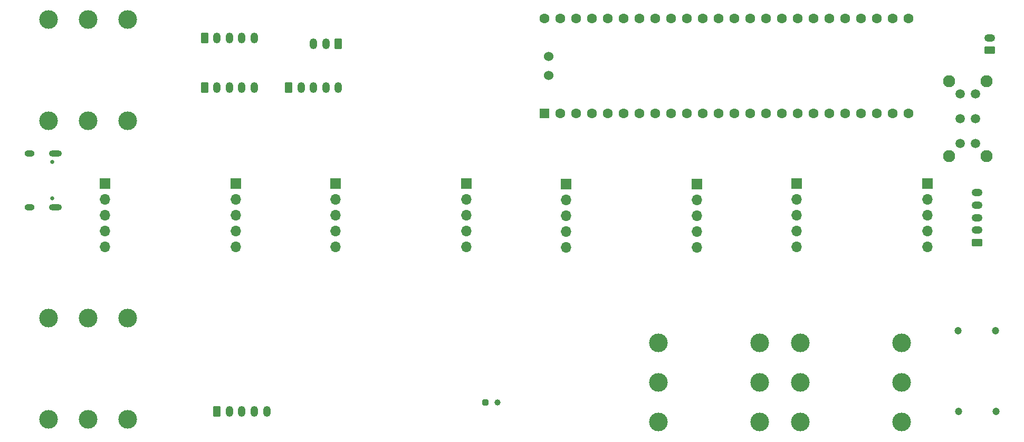
<source format=gbs>
%TF.GenerationSoftware,KiCad,Pcbnew,8.0.0*%
%TF.CreationDate,2024-12-30T19:36:06+01:00*%
%TF.ProjectId,teensyAudioMidi,7465656e-7379-4417-9564-696f4d696469,rev?*%
%TF.SameCoordinates,Original*%
%TF.FileFunction,Soldermask,Bot*%
%TF.FilePolarity,Negative*%
%FSLAX46Y46*%
G04 Gerber Fmt 4.6, Leading zero omitted, Abs format (unit mm)*
G04 Created by KiCad (PCBNEW 8.0.0) date 2024-12-30 19:36:06*
%MOMM*%
%LPD*%
G01*
G04 APERTURE LIST*
G04 Aperture macros list*
%AMRoundRect*
0 Rectangle with rounded corners*
0 $1 Rounding radius*
0 $2 $3 $4 $5 $6 $7 $8 $9 X,Y pos of 4 corners*
0 Add a 4 corners polygon primitive as box body*
4,1,4,$2,$3,$4,$5,$6,$7,$8,$9,$2,$3,0*
0 Add four circle primitives for the rounded corners*
1,1,$1+$1,$2,$3*
1,1,$1+$1,$4,$5*
1,1,$1+$1,$6,$7*
1,1,$1+$1,$8,$9*
0 Add four rect primitives between the rounded corners*
20,1,$1+$1,$2,$3,$4,$5,0*
20,1,$1+$1,$4,$5,$6,$7,0*
20,1,$1+$1,$6,$7,$8,$9,0*
20,1,$1+$1,$8,$9,$2,$3,0*%
G04 Aperture macros list end*
%ADD10O,1.700000X1.700000*%
%ADD11R,1.700000X1.700000*%
%ADD12RoundRect,0.250000X-0.250000X-0.250000X0.250000X-0.250000X0.250000X0.250000X-0.250000X0.250000X0*%
%ADD13C,1.000000*%
%ADD14RoundRect,0.250000X0.625000X-0.350000X0.625000X0.350000X-0.625000X0.350000X-0.625000X-0.350000X0*%
%ADD15O,1.750000X1.200000*%
%ADD16RoundRect,0.250000X-0.350000X-0.625000X0.350000X-0.625000X0.350000X0.625000X-0.350000X0.625000X0*%
%ADD17O,1.200000X1.750000*%
%ADD18C,0.650000*%
%ADD19O,2.100000X1.000000*%
%ADD20O,1.600000X1.000000*%
%ADD21RoundRect,0.250000X0.350000X0.625000X-0.350000X0.625000X-0.350000X-0.625000X0.350000X-0.625000X0*%
%ADD22C,3.000000*%
%ADD23C,1.524000*%
%ADD24R,1.600000X1.600000*%
%ADD25C,1.600000*%
%ADD26C,1.200000*%
%ADD27C,1.950000*%
%ADD28C,1.500000*%
G04 APERTURE END LIST*
D10*
X66000000Y-63585051D03*
X45000000Y-63585000D03*
X66000000Y-61045051D03*
X45000000Y-61045000D03*
X66000000Y-58505051D03*
X45000000Y-58505000D03*
X66000000Y-55965051D03*
X45000000Y-55965000D03*
D11*
X66000000Y-53425051D03*
X45000000Y-53425000D03*
X82000000Y-53425000D03*
X103000000Y-53425051D03*
D10*
X82000000Y-55965000D03*
X103000000Y-55965051D03*
X82000000Y-58505000D03*
X103000000Y-58505051D03*
X82000000Y-61045000D03*
X103000000Y-61045051D03*
X82000000Y-63585000D03*
X103000000Y-63585051D03*
D11*
X119000000Y-53460000D03*
X140000000Y-53460051D03*
D10*
X119000000Y-56000000D03*
X140000000Y-56000051D03*
X119000000Y-58540000D03*
X140000000Y-58540051D03*
X119000000Y-61080000D03*
X140000000Y-61080051D03*
X119000000Y-63620000D03*
X140000000Y-63620051D03*
X177000000Y-63585051D03*
X156000000Y-63585000D03*
X177000000Y-61045051D03*
X156000000Y-61045000D03*
X177000000Y-58505051D03*
X156000000Y-58505000D03*
X177000000Y-55965051D03*
X156000000Y-55965000D03*
D11*
X177000000Y-53425051D03*
X156000000Y-53425000D03*
D12*
X106100000Y-88500000D03*
D13*
X108000000Y-88500000D03*
D14*
X185000000Y-62865836D03*
D15*
X185000000Y-60865836D03*
X185000000Y-58865836D03*
X185000000Y-56865836D03*
X185000000Y-54865836D03*
D16*
X63000000Y-90000000D03*
D17*
X65000000Y-90000000D03*
X67000000Y-90000000D03*
X69000000Y-90000000D03*
X71000000Y-90000000D03*
D18*
X36550000Y-49970000D03*
X36550000Y-55750000D03*
D19*
X37080000Y-48540000D03*
D20*
X32900000Y-48540000D03*
D19*
X37080000Y-57180000D03*
D20*
X32900000Y-57180000D03*
D16*
X61000000Y-38000000D03*
D17*
X63000000Y-38000000D03*
X65000000Y-38000000D03*
X67000000Y-38000000D03*
X69000000Y-38000000D03*
D21*
X82500000Y-31000000D03*
D17*
X80500000Y-31000000D03*
X78500000Y-31000000D03*
D22*
X133890000Y-79000000D03*
X150120000Y-79000000D03*
X133890000Y-91700000D03*
X150120000Y-91700000D03*
X133890000Y-85350000D03*
X150120000Y-85350000D03*
X42331020Y-43307339D03*
X42331020Y-27077339D03*
X35981020Y-43307339D03*
X35981020Y-27077339D03*
X48681020Y-43307339D03*
X48681020Y-27077339D03*
D14*
X187000000Y-32000000D03*
D15*
X187000000Y-30000000D03*
D16*
X74500000Y-38000000D03*
D17*
X76500000Y-38000000D03*
X78500000Y-38000000D03*
X80500000Y-38000000D03*
X82500000Y-38000000D03*
D22*
X172875000Y-85350000D03*
X156645000Y-85350000D03*
X172875000Y-91700000D03*
X156645000Y-91700000D03*
X172875000Y-79000000D03*
X156645000Y-79000000D03*
D16*
X61000000Y-30000000D03*
D17*
X63000000Y-30000000D03*
X65000000Y-30000000D03*
X67000000Y-30000000D03*
X69000000Y-30000000D03*
D22*
X42350000Y-91230000D03*
X42350000Y-75000000D03*
X36000000Y-91230000D03*
X36000000Y-75000000D03*
X48700000Y-91230000D03*
X48700000Y-75000000D03*
D23*
X116270000Y-36030000D03*
X116270000Y-33030000D03*
D24*
X115560000Y-42150000D03*
D25*
X118100000Y-42150000D03*
X120640000Y-42150000D03*
X123180000Y-42150000D03*
X125720000Y-42150000D03*
X128260000Y-42150000D03*
X130800000Y-42150000D03*
X133340000Y-42150000D03*
X135880000Y-42150000D03*
X138420000Y-42150000D03*
X140960000Y-42150000D03*
X143500000Y-42150000D03*
X146040000Y-42150000D03*
X148580000Y-42150000D03*
X151120000Y-42150000D03*
X153660000Y-42150000D03*
X156200000Y-42150000D03*
X158740000Y-42150000D03*
X161280000Y-42150000D03*
X163820000Y-42150000D03*
X166360000Y-42150000D03*
X168900000Y-42150000D03*
X171440000Y-42150000D03*
X173980000Y-42150000D03*
X173980000Y-26910000D03*
X171440000Y-26910000D03*
X168900000Y-26910000D03*
X166360000Y-26910000D03*
X163820000Y-26910000D03*
X161280000Y-26910000D03*
X158740000Y-26910000D03*
X156200000Y-26910000D03*
X153660000Y-26910000D03*
X151120000Y-26910000D03*
X148580000Y-26910000D03*
X146040000Y-26910000D03*
X143500000Y-26910000D03*
X140960000Y-26910000D03*
X138420000Y-26910000D03*
X135880000Y-26910000D03*
X133340000Y-26910000D03*
X130800000Y-26910000D03*
X128260000Y-26910000D03*
X125720000Y-26910000D03*
X123180000Y-26910000D03*
X120640000Y-26910000D03*
X118100000Y-26910000D03*
X115560000Y-26910000D03*
D26*
X181950000Y-77000000D03*
X187950000Y-77000000D03*
X182000000Y-90000000D03*
X188000000Y-90000000D03*
D27*
X180500000Y-37000000D03*
X186500000Y-37000000D03*
X180500000Y-49000000D03*
X186500000Y-49000000D03*
D28*
X182250000Y-47000000D03*
X182250000Y-43000000D03*
X182250000Y-39000000D03*
X184750000Y-39000000D03*
X184750000Y-43000000D03*
X184750000Y-47000000D03*
M02*

</source>
